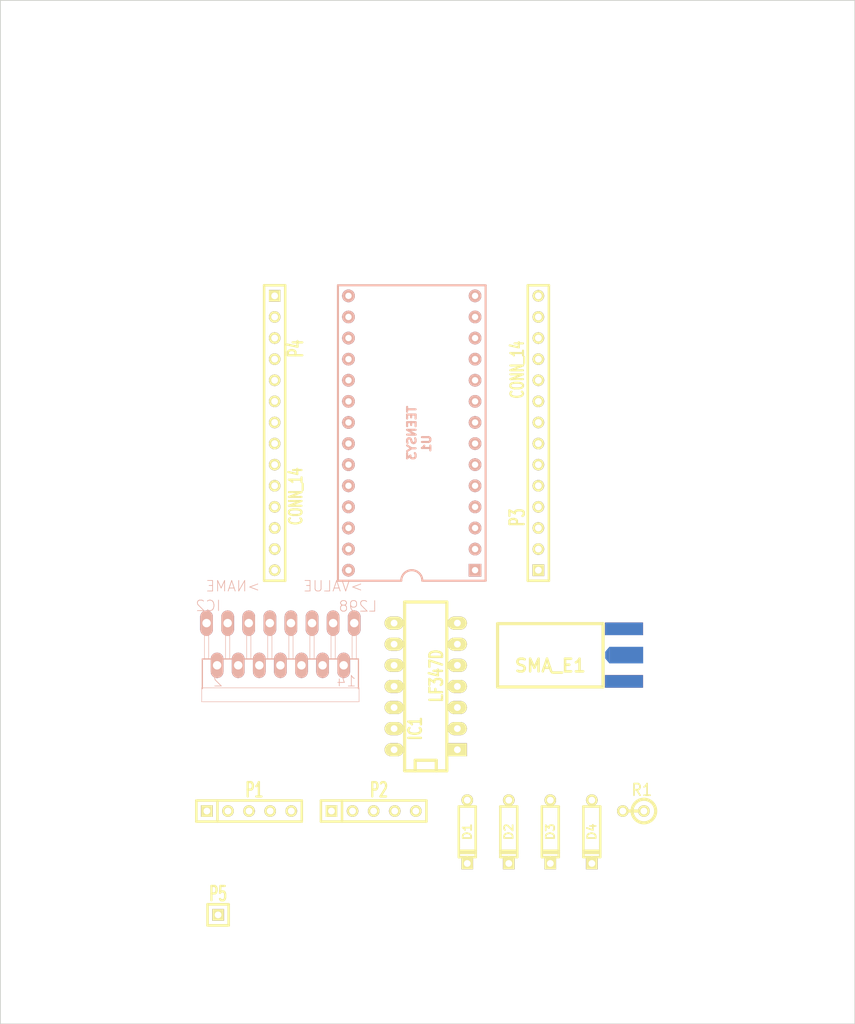
<source format=kicad_pcb>
(kicad_pcb (version 3) (host pcbnew "(2013-may-18)-stable")

  (general
    (links 65)
    (no_connects 65)
    (area 161.239999 74.879999 264.210001 198.170001)
    (thickness 1.6)
    (drawings 4)
    (tracks 0)
    (zones 0)
    (modules 14)
    (nets 37)
  )

  (page A3)
  (layers
    (15 F.Cu signal)
    (0 B.Cu signal)
    (16 B.Adhes user)
    (17 F.Adhes user)
    (18 B.Paste user)
    (19 F.Paste user)
    (20 B.SilkS user)
    (21 F.SilkS user)
    (22 B.Mask user)
    (23 F.Mask user)
    (24 Dwgs.User user)
    (25 Cmts.User user)
    (26 Eco1.User user)
    (27 Eco2.User user)
    (28 Edge.Cuts user)
  )

  (setup
    (last_trace_width 0.254)
    (trace_clearance 0.254)
    (zone_clearance 0.508)
    (zone_45_only no)
    (trace_min 0.254)
    (segment_width 0.2)
    (edge_width 0.1)
    (via_size 0.889)
    (via_drill 0.635)
    (via_min_size 0.889)
    (via_min_drill 0.508)
    (uvia_size 0.508)
    (uvia_drill 0.127)
    (uvias_allowed no)
    (uvia_min_size 0.508)
    (uvia_min_drill 0.127)
    (pcb_text_width 0.3)
    (pcb_text_size 1.5 1.5)
    (mod_edge_width 0.15)
    (mod_text_size 1 1)
    (mod_text_width 0.15)
    (pad_size 1.5 1.5)
    (pad_drill 0.6)
    (pad_to_mask_clearance 0)
    (aux_axis_origin 0 0)
    (visible_elements FFFFFFBF)
    (pcbplotparams
      (layerselection 3178497)
      (usegerberextensions true)
      (excludeedgelayer true)
      (linewidth 0.150000)
      (plotframeref false)
      (viasonmask false)
      (mode 1)
      (useauxorigin false)
      (hpglpennumber 1)
      (hpglpenspeed 20)
      (hpglpendiameter 15)
      (hpglpenoverlay 2)
      (psnegative false)
      (psa4output false)
      (plotreference true)
      (plotvalue true)
      (plotothertext true)
      (plotinvisibletext false)
      (padsonsilk false)
      (subtractmaskfromsilk false)
      (outputformat 1)
      (mirror false)
      (drillshape 1)
      (scaleselection 1)
      (outputdirectory ""))
  )

  (net 0 "")
  (net 1 /O1)
  (net 2 /O2)
  (net 3 /OM)
  (net 4 /Thermister)
  (net 5 N-000001)
  (net 6 N-0000010)
  (net 7 N-0000011)
  (net 8 N-0000012)
  (net 9 N-0000013)
  (net 10 N-0000014)
  (net 11 N-0000015)
  (net 12 N-0000016)
  (net 13 N-000002)
  (net 14 N-0000020)
  (net 15 N-0000021)
  (net 16 N-0000022)
  (net 17 N-0000023)
  (net 18 N-0000024)
  (net 19 N-0000025)
  (net 20 N-0000026)
  (net 21 N-0000027)
  (net 22 N-0000028)
  (net 23 N-000003)
  (net 24 N-000004)
  (net 25 N-0000040)
  (net 26 N-0000042)
  (net 27 N-0000043)
  (net 28 N-0000044)
  (net 29 N-000005)
  (net 30 N-0000056)
  (net 31 N-0000058)
  (net 32 N-000006)
  (net 33 N-0000066)
  (net 34 N-000007)
  (net 35 N-000008)
  (net 36 N-000009)

  (net_class Default "This is the default net class."
    (clearance 0.254)
    (trace_width 0.254)
    (via_dia 0.889)
    (via_drill 0.635)
    (uvia_dia 0.508)
    (uvia_drill 0.127)
    (add_net "")
    (add_net /O1)
    (add_net /O2)
    (add_net /OM)
    (add_net /Thermister)
    (add_net N-000001)
    (add_net N-0000010)
    (add_net N-0000011)
    (add_net N-0000012)
    (add_net N-0000013)
    (add_net N-0000014)
    (add_net N-0000015)
    (add_net N-0000016)
    (add_net N-000002)
    (add_net N-0000020)
    (add_net N-0000021)
    (add_net N-0000022)
    (add_net N-0000023)
    (add_net N-0000024)
    (add_net N-0000025)
    (add_net N-0000026)
    (add_net N-0000027)
    (add_net N-0000028)
    (add_net N-000003)
    (add_net N-000004)
    (add_net N-0000040)
    (add_net N-0000042)
    (add_net N-0000043)
    (add_net N-0000044)
    (add_net N-000005)
    (add_net N-0000056)
    (add_net N-0000058)
    (add_net N-000006)
    (add_net N-0000066)
    (add_net N-000007)
    (add_net N-000008)
    (add_net N-000009)
  )

  (module Teensy-3   locked (layer B.Cu) (tedit 5338A594) (tstamp 5338E778)
    (at 204.47 129.54)
    (descr "Teensy 3.0")
    (path /5338AC10)
    (fp_text reference U1 (at 8.128 -1.27 270) (layer B.SilkS)
      (effects (font (size 1.016 1.016) (thickness 0.254)) (justify mirror))
    )
    (fp_text value TEENSY3 (at 6.35 -2.54 270) (layer B.SilkS)
      (effects (font (size 1.016 1.016) (thickness 0.254)) (justify mirror))
    )
    (fp_line (start 15.24 15.24) (end 15.24 -20.32) (layer B.SilkS) (width 0.254))
    (fp_line (start 15.24 -20.32) (end -2.54 -20.32) (layer B.SilkS) (width 0.254))
    (fp_line (start -2.54 -20.32) (end -2.54 15.24) (layer B.SilkS) (width 0.254))
    (fp_line (start 15.24 15.24) (end 7.62 15.24) (layer B.SilkS) (width 0.254))
    (fp_line (start 5.08 15.24) (end -2.54 15.24) (layer B.SilkS) (width 0.254))
    (fp_arc (start 6.35 15.24) (end 7.62 15.24) (angle -180) (layer B.SilkS) (width 0.254))
    (pad 1 thru_hole rect (at 13.97 13.97 180) (size 1.524 1.524) (drill 0.762)
      (layers *.Cu *.Mask B.SilkS)
      (net 31 N-0000058)
    )
    (pad 2 thru_hole circle (at 13.97 11.43 180) (size 1.524 1.524) (drill 0.762)
      (layers *.Cu *.Mask B.SilkS)
      (net 18 N-0000024)
    )
    (pad 3 thru_hole circle (at 13.97 8.89 180) (size 1.524 1.524) (drill 0.762)
      (layers *.Cu *.Mask B.SilkS)
      (net 17 N-0000023)
    )
    (pad 4 thru_hole circle (at 13.97 6.35 180) (size 1.524 1.524) (drill 0.762)
      (layers *.Cu *.Mask B.SilkS)
      (net 16 N-0000022)
    )
    (pad 5 thru_hole circle (at 13.97 3.81 180) (size 1.524 1.524) (drill 0.762)
      (layers *.Cu *.Mask B.SilkS)
      (net 15 N-0000021)
    )
    (pad 6 thru_hole circle (at 13.97 1.27 180) (size 1.524 1.524) (drill 0.762)
      (layers *.Cu *.Mask B.SilkS)
      (net 10 N-0000014)
    )
    (pad 7 thru_hole circle (at 13.97 -1.27 180) (size 1.524 1.524) (drill 0.762)
      (layers *.Cu *.Mask B.SilkS)
      (net 6 N-0000010)
    )
    (pad 8 thru_hole circle (at 13.97 -3.81 180) (size 1.524 1.524) (drill 0.762)
      (layers *.Cu *.Mask B.SilkS)
      (net 36 N-000009)
    )
    (pad 9 thru_hole circle (at 13.97 -6.35 180) (size 1.524 1.524) (drill 0.762)
      (layers *.Cu *.Mask B.SilkS)
      (net 35 N-000008)
    )
    (pad 10 thru_hole circle (at 13.97 -8.89 180) (size 1.524 1.524) (drill 0.762)
      (layers *.Cu *.Mask B.SilkS)
      (net 34 N-000007)
    )
    (pad 11 thru_hole circle (at 13.97 -11.43 180) (size 1.524 1.524) (drill 0.762)
      (layers *.Cu *.Mask B.SilkS)
      (net 32 N-000006)
    )
    (pad 12 thru_hole circle (at 13.97 -13.97 180) (size 1.524 1.524) (drill 0.762)
      (layers *.Cu *.Mask B.SilkS)
      (net 28 N-0000044)
    )
    (pad 13 thru_hole circle (at 13.97 -16.51 180) (size 1.524 1.524) (drill 0.762)
      (layers *.Cu *.Mask B.SilkS)
      (net 27 N-0000043)
    )
    (pad 14 thru_hole circle (at 13.97 -19.05 180) (size 1.524 1.524) (drill 0.762)
      (layers *.Cu *.Mask B.SilkS)
      (net 26 N-0000042)
    )
    (pad 20 thru_hole circle (at -1.27 -19.05 180) (size 1.524 1.524) (drill 0.762)
      (layers *.Cu *.Mask B.SilkS)
      (net 5 N-000001)
    )
    (pad 21 thru_hole circle (at -1.27 -16.51 180) (size 1.524 1.524) (drill 0.762)
      (layers *.Cu *.Mask B.SilkS)
      (net 25 N-0000040)
    )
    (pad 22 thru_hole circle (at -1.27 -13.97 180) (size 1.524 1.524) (drill 0.762)
      (layers *.Cu *.Mask B.SilkS)
      (net 29 N-000005)
    )
    (pad 23 thru_hole circle (at -1.27 -11.43 180) (size 1.524 1.524) (drill 0.762)
      (layers *.Cu *.Mask B.SilkS)
      (net 22 N-0000028)
    )
    (pad 24 thru_hole circle (at -1.27 -8.89 180) (size 1.524 1.524) (drill 0.762)
      (layers *.Cu *.Mask B.SilkS)
      (net 4 /Thermister)
    )
    (pad 25 thru_hole circle (at -1.27 -6.35 180) (size 1.524 1.524) (drill 0.762)
      (layers *.Cu *.Mask B.SilkS)
      (net 24 N-000004)
    )
    (pad 26 thru_hole circle (at -1.27 -3.81 180) (size 1.524 1.524) (drill 0.762)
      (layers *.Cu *.Mask B.SilkS)
      (net 23 N-000003)
    )
    (pad 27 thru_hole circle (at -1.27 -1.27 180) (size 1.524 1.524) (drill 0.762)
      (layers *.Cu *.Mask B.SilkS)
      (net 13 N-000002)
    )
    (pad 28 thru_hole circle (at -1.27 1.27 180) (size 1.524 1.524) (drill 0.762)
      (layers *.Cu *.Mask B.SilkS)
      (net 12 N-0000016)
    )
    (pad 29 thru_hole circle (at -1.27 3.81 180) (size 1.524 1.524) (drill 0.762)
      (layers *.Cu *.Mask B.SilkS)
      (net 11 N-0000015)
    )
    (pad 30 thru_hole circle (at -1.27 6.35 180) (size 1.524 1.524) (drill 0.762)
      (layers *.Cu *.Mask B.SilkS)
      (net 7 N-0000011)
    )
    (pad 31 thru_hole circle (at -1.27 8.89 180) (size 1.524 1.524) (drill 0.762)
      (layers *.Cu *.Mask B.SilkS)
      (net 9 N-0000013)
    )
    (pad 32 thru_hole circle (at -1.27 11.43 180) (size 1.524 1.524) (drill 0.762)
      (layers *.Cu *.Mask B.SilkS)
      (net 8 N-0000012)
    )
    (pad 33 thru_hole circle (at -1.27 13.97 180) (size 1.524 1.524) (drill 0.762)
      (layers *.Cu *.Mask B.SilkS)
      (net 30 N-0000056)
    )
  )

  (module SMA_EDGE (layer F.Cu) (tedit 4E84D3BE) (tstamp 5338EAE4)
    (at 227.5 155 180)
    (path /5338B42B)
    (fp_text reference SMA_E1 (at 0 0 180) (layer F.SilkS)
      (effects (font (size 1.524 1.524) (thickness 0.3048)))
    )
    (fp_text value SMA_EDGE (at 0 2.54 180) (layer F.SilkS) hide
      (effects (font (size 1.524 1.524) (thickness 0.3048)))
    )
    (fp_line (start -6.35 -2.5654) (end -6.35 5.0546) (layer F.SilkS) (width 0.381))
    (fp_line (start -6.35 5.0546) (end 6.35 5.0546) (layer F.SilkS) (width 0.381))
    (fp_line (start 6.35 5.0546) (end 6.35 -2.5654) (layer F.SilkS) (width 0.381))
    (fp_line (start 6.35 -2.5654) (end -6.35 -2.5654) (layer F.SilkS) (width 0.381))
    (pad 0 connect rect (at -8.8773 -1.89484 180) (size 4.572 1.524)
      (layers *.Cu F.Mask)
      (net 31 N-0000058)
    )
    (pad 1 connect trapezoid (at -6.858 1.27 180) (size 0.50038 1.39954) (rect_delta 0.59944 0 )
      (layers B.Cu F.Mask)
      (net 25 N-0000040)
    )
    (pad 2 connect rect (at -8.8773 4.42976 180) (size 4.572 1.524)
      (layers *.Cu F.Mask)
      (net 31 N-0000058)
    )
    (pad 1 connect rect (at -9.144 1.27 180) (size 4.07162 1.99898)
      (layers B.Cu F.Mask)
      (net 25 N-0000040)
    )
    (model SMA_EDGE.wrl
      (at (xyz -0.205 -0.05 -0.12))
      (scale (xyz 1.3 1.3 1.3))
      (rotate (xyz 270 0 180))
    )
  )

  (module SIL-5 (layer F.Cu) (tedit 200000) (tstamp 5338EAD7)
    (at 192.5 172.5)
    (descr "Connecteur 5 pins")
    (tags "CONN DEV")
    (path /5338BC5F)
    (fp_text reference P1 (at -0.635 -2.54) (layer F.SilkS)
      (effects (font (size 1.72974 1.08712) (thickness 0.3048)))
    )
    (fp_text value CONN_5 (at 0 -2.54) (layer F.SilkS) hide
      (effects (font (size 1.524 1.016) (thickness 0.3048)))
    )
    (fp_line (start -7.62 1.27) (end -7.62 -1.27) (layer F.SilkS) (width 0.3048))
    (fp_line (start -7.62 -1.27) (end 5.08 -1.27) (layer F.SilkS) (width 0.3048))
    (fp_line (start 5.08 -1.27) (end 5.08 1.27) (layer F.SilkS) (width 0.3048))
    (fp_line (start 5.08 1.27) (end -7.62 1.27) (layer F.SilkS) (width 0.3048))
    (fp_line (start -5.08 1.27) (end -5.08 -1.27) (layer F.SilkS) (width 0.3048))
    (pad 1 thru_hole rect (at -6.35 0) (size 1.397 1.397) (drill 0.8128)
      (layers *.Cu *.Mask F.SilkS)
      (net 3 /OM)
    )
    (pad 2 thru_hole circle (at -3.81 0) (size 1.397 1.397) (drill 0.8128)
      (layers *.Cu *.Mask F.SilkS)
      (net 2 /O2)
    )
    (pad 3 thru_hole circle (at -1.27 0) (size 1.397 1.397) (drill 0.8128)
      (layers *.Cu *.Mask F.SilkS)
      (net 4 /Thermister)
    )
    (pad 4 thru_hole circle (at 1.27 0) (size 1.397 1.397) (drill 0.8128)
      (layers *.Cu *.Mask F.SilkS)
      (net 30 N-0000056)
    )
    (pad 5 thru_hole circle (at 3.81 0) (size 1.397 1.397) (drill 0.8128)
      (layers *.Cu *.Mask F.SilkS)
      (net 31 N-0000058)
    )
  )

  (module SIL-5 (layer F.Cu) (tedit 200000) (tstamp 5338EAC8)
    (at 207.5 172.5)
    (descr "Connecteur 5 pins")
    (tags "CONN DEV")
    (path /5338C083)
    (fp_text reference P2 (at -0.635 -2.54) (layer F.SilkS)
      (effects (font (size 1.72974 1.08712) (thickness 0.3048)))
    )
    (fp_text value CONN_5 (at 0 -2.54) (layer F.SilkS) hide
      (effects (font (size 1.524 1.016) (thickness 0.3048)))
    )
    (fp_line (start -7.62 1.27) (end -7.62 -1.27) (layer F.SilkS) (width 0.3048))
    (fp_line (start -7.62 -1.27) (end 5.08 -1.27) (layer F.SilkS) (width 0.3048))
    (fp_line (start 5.08 -1.27) (end 5.08 1.27) (layer F.SilkS) (width 0.3048))
    (fp_line (start 5.08 1.27) (end -7.62 1.27) (layer F.SilkS) (width 0.3048))
    (fp_line (start -5.08 1.27) (end -5.08 -1.27) (layer F.SilkS) (width 0.3048))
    (pad 1 thru_hole rect (at -6.35 0) (size 1.397 1.397) (drill 0.8128)
      (layers *.Cu *.Mask F.SilkS)
      (net 30 N-0000056)
    )
    (pad 2 thru_hole circle (at -3.81 0) (size 1.397 1.397) (drill 0.8128)
      (layers *.Cu *.Mask F.SilkS)
      (net 31 N-0000058)
    )
    (pad 3 thru_hole circle (at -1.27 0) (size 1.397 1.397) (drill 0.8128)
      (layers *.Cu *.Mask F.SilkS)
      (net 1 /O1)
    )
    (pad 4 thru_hole circle (at 1.27 0) (size 1.397 1.397) (drill 0.8128)
      (layers *.Cu *.Mask F.SilkS)
      (net 3 /OM)
    )
    (pad 5 thru_hole circle (at 3.81 0) (size 1.397 1.397) (drill 0.8128)
      (layers *.Cu *.Mask F.SilkS)
      (net 21 N-0000027)
    )
  )

  (module SIL-14   locked (layer F.Cu) (tedit 200000) (tstamp 5338E726)
    (at 226.06 127 90)
    (descr "Connecteur 14 pins")
    (tags "CONN DEV")
    (path /5338AC1F)
    (fp_text reference P3 (at -10.16 -2.54 90) (layer F.SilkS)
      (effects (font (size 1.72974 1.08712) (thickness 0.3048)))
    )
    (fp_text value CONN_14 (at 7.62 -2.54 90) (layer F.SilkS)
      (effects (font (size 1.524 1.016) (thickness 0.3048)))
    )
    (fp_line (start -17.78 -1.27) (end 17.78 -1.27) (layer F.SilkS) (width 0.3048))
    (fp_line (start 17.78 -1.27) (end 17.78 1.27) (layer F.SilkS) (width 0.3048))
    (fp_line (start 17.78 1.27) (end -17.78 1.27) (layer F.SilkS) (width 0.3048))
    (fp_line (start -17.78 1.27) (end -17.78 -1.27) (layer F.SilkS) (width 0.3048))
    (pad 1 thru_hole rect (at -16.51 0 90) (size 1.397 1.397) (drill 0.8128)
      (layers *.Cu *.Mask F.SilkS)
      (net 31 N-0000058)
    )
    (pad 2 thru_hole circle (at -13.97 0 90) (size 1.397 1.397) (drill 0.8128)
      (layers *.Cu *.Mask F.SilkS)
      (net 18 N-0000024)
    )
    (pad 3 thru_hole circle (at -11.43 0 90) (size 1.397 1.397) (drill 0.8128)
      (layers *.Cu *.Mask F.SilkS)
      (net 17 N-0000023)
    )
    (pad 4 thru_hole circle (at -8.89 0 90) (size 1.397 1.397) (drill 0.8128)
      (layers *.Cu *.Mask F.SilkS)
      (net 16 N-0000022)
    )
    (pad 5 thru_hole circle (at -6.35 0 90) (size 1.397 1.397) (drill 0.8128)
      (layers *.Cu *.Mask F.SilkS)
      (net 15 N-0000021)
    )
    (pad 6 thru_hole circle (at -3.81 0 90) (size 1.397 1.397) (drill 0.8128)
      (layers *.Cu *.Mask F.SilkS)
      (net 10 N-0000014)
    )
    (pad 7 thru_hole circle (at -1.27 0 90) (size 1.397 1.397) (drill 0.8128)
      (layers *.Cu *.Mask F.SilkS)
      (net 6 N-0000010)
    )
    (pad 8 thru_hole circle (at 1.27 0 90) (size 1.397 1.397) (drill 0.8128)
      (layers *.Cu *.Mask F.SilkS)
      (net 36 N-000009)
    )
    (pad 9 thru_hole circle (at 3.81 0 90) (size 1.397 1.397) (drill 0.8128)
      (layers *.Cu *.Mask F.SilkS)
      (net 35 N-000008)
    )
    (pad 10 thru_hole circle (at 6.35 0 90) (size 1.397 1.397) (drill 0.8128)
      (layers *.Cu *.Mask F.SilkS)
      (net 34 N-000007)
    )
    (pad 11 thru_hole circle (at 8.89 0 90) (size 1.397 1.397) (drill 0.8128)
      (layers *.Cu *.Mask F.SilkS)
      (net 32 N-000006)
    )
    (pad 12 thru_hole circle (at 11.43 0 90) (size 1.397 1.397) (drill 0.8128)
      (layers *.Cu *.Mask F.SilkS)
      (net 28 N-0000044)
    )
    (pad 13 thru_hole circle (at 13.97 0 90) (size 1.397 1.397) (drill 0.8128)
      (layers *.Cu *.Mask F.SilkS)
      (net 27 N-0000043)
    )
    (pad 14 thru_hole circle (at 16.51 0 90) (size 1.397 1.397) (drill 0.8128)
      (layers *.Cu *.Mask F.SilkS)
      (net 26 N-0000042)
    )
  )

  (module SIL-14   locked (layer F.Cu) (tedit 200000) (tstamp 5338E70F)
    (at 194.31 127 270)
    (descr "Connecteur 14 pins")
    (tags "CONN DEV")
    (path /5338AC2C)
    (fp_text reference P4 (at -10.16 -2.54 270) (layer F.SilkS)
      (effects (font (size 1.72974 1.08712) (thickness 0.3048)))
    )
    (fp_text value CONN_14 (at 7.62 -2.54 270) (layer F.SilkS)
      (effects (font (size 1.524 1.016) (thickness 0.3048)))
    )
    (fp_line (start -17.78 -1.27) (end 17.78 -1.27) (layer F.SilkS) (width 0.3048))
    (fp_line (start 17.78 -1.27) (end 17.78 1.27) (layer F.SilkS) (width 0.3048))
    (fp_line (start 17.78 1.27) (end -17.78 1.27) (layer F.SilkS) (width 0.3048))
    (fp_line (start -17.78 1.27) (end -17.78 -1.27) (layer F.SilkS) (width 0.3048))
    (pad 1 thru_hole rect (at -16.51 0 270) (size 1.397 1.397) (drill 0.8128)
      (layers *.Cu *.Mask F.SilkS)
      (net 5 N-000001)
    )
    (pad 2 thru_hole circle (at -13.97 0 270) (size 1.397 1.397) (drill 0.8128)
      (layers *.Cu *.Mask F.SilkS)
      (net 25 N-0000040)
    )
    (pad 3 thru_hole circle (at -11.43 0 270) (size 1.397 1.397) (drill 0.8128)
      (layers *.Cu *.Mask F.SilkS)
      (net 29 N-000005)
    )
    (pad 4 thru_hole circle (at -8.89 0 270) (size 1.397 1.397) (drill 0.8128)
      (layers *.Cu *.Mask F.SilkS)
      (net 22 N-0000028)
    )
    (pad 5 thru_hole circle (at -6.35 0 270) (size 1.397 1.397) (drill 0.8128)
      (layers *.Cu *.Mask F.SilkS)
      (net 4 /Thermister)
    )
    (pad 6 thru_hole circle (at -3.81 0 270) (size 1.397 1.397) (drill 0.8128)
      (layers *.Cu *.Mask F.SilkS)
      (net 24 N-000004)
    )
    (pad 7 thru_hole circle (at -1.27 0 270) (size 1.397 1.397) (drill 0.8128)
      (layers *.Cu *.Mask F.SilkS)
      (net 23 N-000003)
    )
    (pad 8 thru_hole circle (at 1.27 0 270) (size 1.397 1.397) (drill 0.8128)
      (layers *.Cu *.Mask F.SilkS)
      (net 13 N-000002)
    )
    (pad 9 thru_hole circle (at 3.81 0 270) (size 1.397 1.397) (drill 0.8128)
      (layers *.Cu *.Mask F.SilkS)
      (net 12 N-0000016)
    )
    (pad 10 thru_hole circle (at 6.35 0 270) (size 1.397 1.397) (drill 0.8128)
      (layers *.Cu *.Mask F.SilkS)
      (net 11 N-0000015)
    )
    (pad 11 thru_hole circle (at 8.89 0 270) (size 1.397 1.397) (drill 0.8128)
      (layers *.Cu *.Mask F.SilkS)
      (net 7 N-0000011)
    )
    (pad 12 thru_hole circle (at 11.43 0 270) (size 1.397 1.397) (drill 0.8128)
      (layers *.Cu *.Mask F.SilkS)
      (net 9 N-0000013)
    )
    (pad 13 thru_hole circle (at 13.97 0 270) (size 1.397 1.397) (drill 0.8128)
      (layers *.Cu *.Mask F.SilkS)
      (net 8 N-0000012)
    )
    (pad 14 thru_hole circle (at 16.51 0 270) (size 1.397 1.397) (drill 0.8128)
      (layers *.Cu *.Mask F.SilkS)
      (net 30 N-0000056)
    )
  )

  (module SIL-1 (layer F.Cu) (tedit 4C5EAF64) (tstamp 5338EAB9)
    (at 187.5 185)
    (descr "Connecteurs 1 pin")
    (tags "CONN DEV")
    (path /5338B571)
    (fp_text reference P5 (at 0 -2.54) (layer F.SilkS)
      (effects (font (size 1.72974 1.08712) (thickness 0.27178)))
    )
    (fp_text value CONN_1 (at 0 -2.54) (layer F.SilkS) hide
      (effects (font (size 1.524 1.016) (thickness 0.254)))
    )
    (fp_line (start -1.27 1.27) (end 1.27 1.27) (layer F.SilkS) (width 0.3175))
    (fp_line (start -1.27 -1.27) (end 1.27 -1.27) (layer F.SilkS) (width 0.3175))
    (fp_line (start -1.27 1.27) (end -1.27 -1.27) (layer F.SilkS) (width 0.3048))
    (fp_line (start 1.27 -1.27) (end 1.27 1.27) (layer F.SilkS) (width 0.3048))
    (pad 1 thru_hole rect (at 0 0) (size 1.397 1.397) (drill 0.8128)
      (layers *.Cu *.Mask F.SilkS)
      (net 20 N-0000026)
    )
  )

  (module R1 (layer F.Cu) (tedit 200000) (tstamp 5338EAAF)
    (at 237.5 172.5 180)
    (descr "Resistance verticale")
    (tags R)
    (path /5338B204)
    (autoplace_cost90 10)
    (autoplace_cost180 10)
    (fp_text reference R1 (at -1.016 2.54 180) (layer F.SilkS)
      (effects (font (size 1.397 1.27) (thickness 0.2032)))
    )
    (fp_text value R (at -1.143 2.54 180) (layer F.SilkS) hide
      (effects (font (size 1.397 1.27) (thickness 0.2032)))
    )
    (fp_line (start -1.27 0) (end 1.27 0) (layer F.SilkS) (width 0.381))
    (fp_circle (center -1.27 0) (end -0.635 1.27) (layer F.SilkS) (width 0.381))
    (pad 1 thru_hole circle (at -1.27 0 180) (size 1.397 1.397) (drill 0.8128)
      (layers *.Cu *.Mask F.SilkS)
      (net 31 N-0000058)
    )
    (pad 2 thru_hole circle (at 1.27 0 180) (size 1.397 1.397) (drill 0.8128)
      (layers *.Cu *.Mask F.SilkS)
      (net 4 /Thermister)
    )
    (model discret/verti_resistor.wrl
      (at (xyz 0 0 0))
      (scale (xyz 1 1 1))
      (rotate (xyz 0 0 0))
    )
  )

  (module MULTIWATT-15 (layer B.Cu) (tedit 200000) (tstamp 5338EAA6)
    (at 195 157.5)
    (descr "MULTIWATT 15 LEAD")
    (tags "MULTIWATT 15 LEAD")
    (path /5338ACA5)
    (attr virtual)
    (fp_text reference IC2 (at -8.69188 -9.7028) (layer B.SilkS)
      (effects (font (size 1.27 1.27) (thickness 0.0889)) (justify mirror))
    )
    (fp_text value L298 (at 9.32688 -9.64184) (layer B.SilkS)
      (effects (font (size 1.27 1.27) (thickness 0.0889)) (justify mirror))
    )
    (fp_line (start -9.144 -6.096) (end -8.636 -6.096) (layer B.SilkS) (width 0.06604))
    (fp_line (start -8.636 -6.096) (end -8.636 -3.302) (layer B.SilkS) (width 0.06604))
    (fp_line (start -9.144 -3.302) (end -8.636 -3.302) (layer B.SilkS) (width 0.06604))
    (fp_line (start -9.144 -6.096) (end -9.144 -3.302) (layer B.SilkS) (width 0.06604))
    (fp_line (start -6.604 -6.096) (end -6.096 -6.096) (layer B.SilkS) (width 0.06604))
    (fp_line (start -6.096 -6.096) (end -6.096 -3.302) (layer B.SilkS) (width 0.06604))
    (fp_line (start -6.604 -3.302) (end -6.096 -3.302) (layer B.SilkS) (width 0.06604))
    (fp_line (start -6.604 -6.096) (end -6.604 -3.302) (layer B.SilkS) (width 0.06604))
    (fp_line (start -4.064 -6.096) (end -3.556 -6.096) (layer B.SilkS) (width 0.06604))
    (fp_line (start -3.556 -6.096) (end -3.556 -3.302) (layer B.SilkS) (width 0.06604))
    (fp_line (start -4.064 -3.302) (end -3.556 -3.302) (layer B.SilkS) (width 0.06604))
    (fp_line (start -4.064 -6.096) (end -4.064 -3.302) (layer B.SilkS) (width 0.06604))
    (fp_line (start -1.524 -6.096) (end -1.016 -6.096) (layer B.SilkS) (width 0.06604))
    (fp_line (start -1.016 -6.096) (end -1.016 -3.302) (layer B.SilkS) (width 0.06604))
    (fp_line (start -1.524 -3.302) (end -1.016 -3.302) (layer B.SilkS) (width 0.06604))
    (fp_line (start -1.524 -6.096) (end -1.524 -3.302) (layer B.SilkS) (width 0.06604))
    (fp_line (start 1.016 -6.096) (end 1.524 -6.096) (layer B.SilkS) (width 0.06604))
    (fp_line (start 1.524 -6.096) (end 1.524 -3.302) (layer B.SilkS) (width 0.06604))
    (fp_line (start 1.016 -3.302) (end 1.524 -3.302) (layer B.SilkS) (width 0.06604))
    (fp_line (start 1.016 -6.096) (end 1.016 -3.302) (layer B.SilkS) (width 0.06604))
    (fp_line (start 3.556 -6.096) (end 4.064 -6.096) (layer B.SilkS) (width 0.06604))
    (fp_line (start 4.064 -6.096) (end 4.064 -3.302) (layer B.SilkS) (width 0.06604))
    (fp_line (start 3.556 -3.302) (end 4.064 -3.302) (layer B.SilkS) (width 0.06604))
    (fp_line (start 3.556 -6.096) (end 3.556 -3.302) (layer B.SilkS) (width 0.06604))
    (fp_line (start 6.096 -6.096) (end 6.604 -6.096) (layer B.SilkS) (width 0.06604))
    (fp_line (start 6.604 -6.096) (end 6.604 -3.302) (layer B.SilkS) (width 0.06604))
    (fp_line (start 6.096 -3.302) (end 6.604 -3.302) (layer B.SilkS) (width 0.06604))
    (fp_line (start 6.096 -6.096) (end 6.096 -3.302) (layer B.SilkS) (width 0.06604))
    (fp_line (start 8.636 -6.096) (end 9.144 -6.096) (layer B.SilkS) (width 0.06604))
    (fp_line (start 9.144 -6.096) (end 9.144 -3.302) (layer B.SilkS) (width 0.06604))
    (fp_line (start 8.636 -3.302) (end 9.144 -3.302) (layer B.SilkS) (width 0.06604))
    (fp_line (start 8.636 -6.096) (end 8.636 -3.302) (layer B.SilkS) (width 0.06604))
    (fp_line (start -9.4742 0.17272) (end 9.4742 0.17272) (layer B.SilkS) (width 0.06604))
    (fp_line (start 9.4742 0.17272) (end 9.4742 1.84912) (layer B.SilkS) (width 0.06604))
    (fp_line (start -9.4742 1.84912) (end 9.4742 1.84912) (layer B.SilkS) (width 0.06604))
    (fp_line (start -9.4742 0.17272) (end -9.4742 1.84912) (layer B.SilkS) (width 0.06604))
    (fp_line (start -9.398 -3.302) (end -9.144 -3.302) (layer B.SilkS) (width 0.1524))
    (fp_line (start -9.144 -3.302) (end 9.144 -3.302) (layer B.SilkS) (width 0.1524))
    (fp_line (start 9.144 -3.302) (end 9.398 -3.302) (layer B.SilkS) (width 0.1524))
    (fp_line (start -9.398 0.254) (end -9.398 -3.302) (layer B.SilkS) (width 0.1524))
    (fp_line (start 9.398 0.254) (end 9.398 -3.302) (layer B.SilkS) (width 0.1524))
    (fp_text user 2 (at -7.54126 -0.635) (layer B.SilkS)
      (effects (font (size 1.27 1.27) (thickness 0.0889)) (justify mirror))
    )
    (fp_text user 14 (at 7.9375 -0.635) (layer B.SilkS)
      (effects (font (size 1.27 1.27) (thickness 0.0889)) (justify mirror))
    )
    (fp_text user >NAME (at -5.715 -12.065) (layer B.SilkS)
      (effects (font (size 1.27 1.27) (thickness 0.0889)) (justify mirror))
    )
    (fp_text user >VALUE (at 6.35 -12.065) (layer B.SilkS)
      (effects (font (size 1.27 1.27) (thickness 0.0889)) (justify mirror))
    )
    (pad 1 thru_hole oval (at -8.89 -7.62) (size 1.524 3.048) (drill 1.016)
      (layers *.Cu B.Paste B.SilkS B.Mask)
    )
    (pad 2 thru_hole oval (at -7.62 -2.54) (size 1.524 3.048) (drill 1.016)
      (layers *.Cu B.Paste B.SilkS B.Mask)
      (net 1 /O1)
    )
    (pad 3 thru_hole oval (at -6.35 -7.62) (size 1.524 3.048) (drill 1.016)
      (layers *.Cu B.Paste B.SilkS B.Mask)
      (net 2 /O2)
    )
    (pad 4 thru_hole oval (at -5.08 -2.54) (size 1.524 3.048) (drill 1.016)
      (layers *.Cu B.Paste B.SilkS B.Mask)
      (net 20 N-0000026)
    )
    (pad 5 thru_hole oval (at -3.81 -7.62) (size 1.524 3.048) (drill 1.016)
      (layers *.Cu B.Paste B.SilkS B.Mask)
      (net 33 N-0000066)
    )
    (pad 6 thru_hole oval (at -2.54 -2.54) (size 1.524 3.048) (drill 1.016)
      (layers *.Cu B.Paste B.SilkS B.Mask)
      (net 19 N-0000025)
    )
    (pad 7 thru_hole oval (at -1.27 -7.62) (size 1.524 3.048) (drill 1.016)
      (layers *.Cu B.Paste B.SilkS B.Mask)
      (net 14 N-0000020)
    )
    (pad 8 thru_hole oval (at 0 -2.54) (size 1.524 3.048) (drill 1.016)
      (layers *.Cu B.Paste B.SilkS B.Mask)
      (net 31 N-0000058)
    )
    (pad 9 thru_hole oval (at 1.27 -7.62) (size 1.524 3.048) (drill 1.016)
      (layers *.Cu B.Paste B.SilkS B.Mask)
      (net 30 N-0000056)
    )
    (pad 10 thru_hole oval (at 2.54 -2.54) (size 1.524 3.048) (drill 1.016)
      (layers *.Cu B.Paste B.SilkS B.Mask)
    )
    (pad 11 thru_hole oval (at 3.81 -7.62) (size 1.524 3.048) (drill 1.016)
      (layers *.Cu B.Paste B.SilkS B.Mask)
    )
    (pad 12 thru_hole oval (at 5.08 -2.54) (size 1.524 3.048) (drill 1.016)
      (layers *.Cu B.Paste B.SilkS B.Mask)
    )
    (pad 13 thru_hole oval (at 6.35 -7.62) (size 1.524 3.048) (drill 1.016)
      (layers *.Cu B.Paste B.SilkS B.Mask)
    )
    (pad 14 thru_hole oval (at 7.62 -2.54) (size 1.524 3.048) (drill 1.016)
      (layers *.Cu B.Paste B.SilkS B.Mask)
    )
    (pad 15 thru_hole oval (at 8.89 -7.62) (size 1.524 3.048) (drill 1.016)
      (layers *.Cu B.Paste B.SilkS B.Mask)
    )
  )

  (module DIP-14__300_ELL (layer F.Cu) (tedit 200000) (tstamp 5338EA65)
    (at 212.5 157.5 90)
    (descr "14 pins DIL package, elliptical pads")
    (tags DIL)
    (path /5338AC37)
    (fp_text reference IC1 (at -5.08 -1.27 90) (layer F.SilkS)
      (effects (font (size 1.524 1.143) (thickness 0.3048)))
    )
    (fp_text value LF347D (at 1.27 1.27 90) (layer F.SilkS)
      (effects (font (size 1.524 1.143) (thickness 0.3048)))
    )
    (fp_line (start -10.16 -2.54) (end 10.16 -2.54) (layer F.SilkS) (width 0.381))
    (fp_line (start 10.16 2.54) (end -10.16 2.54) (layer F.SilkS) (width 0.381))
    (fp_line (start -10.16 2.54) (end -10.16 -2.54) (layer F.SilkS) (width 0.381))
    (fp_line (start -10.16 -1.27) (end -8.89 -1.27) (layer F.SilkS) (width 0.381))
    (fp_line (start -8.89 -1.27) (end -8.89 1.27) (layer F.SilkS) (width 0.381))
    (fp_line (start -8.89 1.27) (end -10.16 1.27) (layer F.SilkS) (width 0.381))
    (fp_line (start 10.16 -2.54) (end 10.16 2.54) (layer F.SilkS) (width 0.381))
    (pad 1 thru_hole rect (at -7.62 3.81 90) (size 1.5748 2.286) (drill 0.8128)
      (layers *.Cu *.Mask F.SilkS)
      (net 33 N-0000066)
    )
    (pad 2 thru_hole oval (at -5.08 3.81 90) (size 1.5748 2.286) (drill 0.8128)
      (layers *.Cu *.Mask F.SilkS)
      (net 33 N-0000066)
    )
    (pad 3 thru_hole oval (at -2.54 3.81 90) (size 1.5748 2.286) (drill 0.8128)
      (layers *.Cu *.Mask F.SilkS)
      (net 26 N-0000042)
    )
    (pad 4 thru_hole oval (at 0 3.81 90) (size 1.5748 2.286) (drill 0.8128)
      (layers *.Cu *.Mask F.SilkS)
    )
    (pad 5 thru_hole oval (at 2.54 3.81 90) (size 1.5748 2.286) (drill 0.8128)
      (layers *.Cu *.Mask F.SilkS)
      (net 27 N-0000043)
    )
    (pad 6 thru_hole oval (at 5.08 3.81 90) (size 1.5748 2.286) (drill 0.8128)
      (layers *.Cu *.Mask F.SilkS)
      (net 19 N-0000025)
    )
    (pad 7 thru_hole oval (at 7.62 3.81 90) (size 1.5748 2.286) (drill 0.8128)
      (layers *.Cu *.Mask F.SilkS)
      (net 19 N-0000025)
    )
    (pad 8 thru_hole oval (at 7.62 -3.81 90) (size 1.5748 2.286) (drill 0.8128)
      (layers *.Cu *.Mask F.SilkS)
      (net 14 N-0000020)
    )
    (pad 9 thru_hole oval (at 5.08 -3.81 90) (size 1.5748 2.286) (drill 0.8128)
      (layers *.Cu *.Mask F.SilkS)
      (net 14 N-0000020)
    )
    (pad 10 thru_hole oval (at 2.54 -3.81 90) (size 1.5748 2.286) (drill 0.8128)
      (layers *.Cu *.Mask F.SilkS)
      (net 28 N-0000044)
    )
    (pad 11 thru_hole oval (at 0 -3.81 90) (size 1.5748 2.286) (drill 0.8128)
      (layers *.Cu *.Mask F.SilkS)
    )
    (pad 12 thru_hole oval (at -2.54 -3.81 90) (size 1.5748 2.286) (drill 0.8128)
      (layers *.Cu *.Mask F.SilkS)
      (net 21 N-0000027)
    )
    (pad 13 thru_hole oval (at -5.08 -3.81 90) (size 1.5748 2.286) (drill 0.8128)
      (layers *.Cu *.Mask F.SilkS)
      (net 22 N-0000028)
    )
    (pad 14 thru_hole oval (at -7.62 -3.81 90) (size 1.5748 2.286) (drill 0.8128)
      (layers *.Cu *.Mask F.SilkS)
      (net 22 N-0000028)
    )
    (model dil/dil_14.wrl
      (at (xyz 0 0 0))
      (scale (xyz 1 1 1))
      (rotate (xyz 0 0 0))
    )
  )

  (module D3 (layer F.Cu) (tedit 200000) (tstamp 5338EA4B)
    (at 217.5 175 270)
    (descr "Diode 3 pas")
    (tags "DIODE DEV")
    (path /5338B550)
    (fp_text reference D1 (at 0 0 270) (layer F.SilkS)
      (effects (font (size 1.016 1.016) (thickness 0.2032)))
    )
    (fp_text value DIODE (at 0 0 270) (layer F.SilkS) hide
      (effects (font (size 1.016 1.016) (thickness 0.2032)))
    )
    (fp_line (start 3.81 0) (end 3.048 0) (layer F.SilkS) (width 0.3048))
    (fp_line (start 3.048 0) (end 3.048 -1.016) (layer F.SilkS) (width 0.3048))
    (fp_line (start 3.048 -1.016) (end -3.048 -1.016) (layer F.SilkS) (width 0.3048))
    (fp_line (start -3.048 -1.016) (end -3.048 0) (layer F.SilkS) (width 0.3048))
    (fp_line (start -3.048 0) (end -3.81 0) (layer F.SilkS) (width 0.3048))
    (fp_line (start -3.048 0) (end -3.048 1.016) (layer F.SilkS) (width 0.3048))
    (fp_line (start -3.048 1.016) (end 3.048 1.016) (layer F.SilkS) (width 0.3048))
    (fp_line (start 3.048 1.016) (end 3.048 0) (layer F.SilkS) (width 0.3048))
    (fp_line (start 2.54 -1.016) (end 2.54 1.016) (layer F.SilkS) (width 0.3048))
    (fp_line (start 2.286 1.016) (end 2.286 -1.016) (layer F.SilkS) (width 0.3048))
    (pad 2 thru_hole rect (at 3.81 0 270) (size 1.397 1.397) (drill 0.8128)
      (layers *.Cu *.Mask F.SilkS)
      (net 1 /O1)
    )
    (pad 1 thru_hole circle (at -3.81 0 270) (size 1.397 1.397) (drill 0.8128)
      (layers *.Cu *.Mask F.SilkS)
      (net 31 N-0000058)
    )
    (model discret/diode.wrl
      (at (xyz 0 0 0))
      (scale (xyz 0.3 0.3 0.3))
      (rotate (xyz 0 0 0))
    )
  )

  (module D3 (layer F.Cu) (tedit 200000) (tstamp 5338EA3A)
    (at 222.5 175 270)
    (descr "Diode 3 pas")
    (tags "DIODE DEV")
    (path /5338B55D)
    (fp_text reference D2 (at 0 0 270) (layer F.SilkS)
      (effects (font (size 1.016 1.016) (thickness 0.2032)))
    )
    (fp_text value DIODE (at 0 0 270) (layer F.SilkS) hide
      (effects (font (size 1.016 1.016) (thickness 0.2032)))
    )
    (fp_line (start 3.81 0) (end 3.048 0) (layer F.SilkS) (width 0.3048))
    (fp_line (start 3.048 0) (end 3.048 -1.016) (layer F.SilkS) (width 0.3048))
    (fp_line (start 3.048 -1.016) (end -3.048 -1.016) (layer F.SilkS) (width 0.3048))
    (fp_line (start -3.048 -1.016) (end -3.048 0) (layer F.SilkS) (width 0.3048))
    (fp_line (start -3.048 0) (end -3.81 0) (layer F.SilkS) (width 0.3048))
    (fp_line (start -3.048 0) (end -3.048 1.016) (layer F.SilkS) (width 0.3048))
    (fp_line (start -3.048 1.016) (end 3.048 1.016) (layer F.SilkS) (width 0.3048))
    (fp_line (start 3.048 1.016) (end 3.048 0) (layer F.SilkS) (width 0.3048))
    (fp_line (start 2.54 -1.016) (end 2.54 1.016) (layer F.SilkS) (width 0.3048))
    (fp_line (start 2.286 1.016) (end 2.286 -1.016) (layer F.SilkS) (width 0.3048))
    (pad 2 thru_hole rect (at 3.81 0 270) (size 1.397 1.397) (drill 0.8128)
      (layers *.Cu *.Mask F.SilkS)
      (net 2 /O2)
    )
    (pad 1 thru_hole circle (at -3.81 0 270) (size 1.397 1.397) (drill 0.8128)
      (layers *.Cu *.Mask F.SilkS)
      (net 31 N-0000058)
    )
    (model discret/diode.wrl
      (at (xyz 0 0 0))
      (scale (xyz 0.3 0.3 0.3))
      (rotate (xyz 0 0 0))
    )
  )

  (module D3 (layer F.Cu) (tedit 200000) (tstamp 5338EA29)
    (at 227.5 175 270)
    (descr "Diode 3 pas")
    (tags "DIODE DEV")
    (path /5338B563)
    (fp_text reference D3 (at 0 0 270) (layer F.SilkS)
      (effects (font (size 1.016 1.016) (thickness 0.2032)))
    )
    (fp_text value DIODE (at 0 0 270) (layer F.SilkS) hide
      (effects (font (size 1.016 1.016) (thickness 0.2032)))
    )
    (fp_line (start 3.81 0) (end 3.048 0) (layer F.SilkS) (width 0.3048))
    (fp_line (start 3.048 0) (end 3.048 -1.016) (layer F.SilkS) (width 0.3048))
    (fp_line (start 3.048 -1.016) (end -3.048 -1.016) (layer F.SilkS) (width 0.3048))
    (fp_line (start -3.048 -1.016) (end -3.048 0) (layer F.SilkS) (width 0.3048))
    (fp_line (start -3.048 0) (end -3.81 0) (layer F.SilkS) (width 0.3048))
    (fp_line (start -3.048 0) (end -3.048 1.016) (layer F.SilkS) (width 0.3048))
    (fp_line (start -3.048 1.016) (end 3.048 1.016) (layer F.SilkS) (width 0.3048))
    (fp_line (start 3.048 1.016) (end 3.048 0) (layer F.SilkS) (width 0.3048))
    (fp_line (start 2.54 -1.016) (end 2.54 1.016) (layer F.SilkS) (width 0.3048))
    (fp_line (start 2.286 1.016) (end 2.286 -1.016) (layer F.SilkS) (width 0.3048))
    (pad 2 thru_hole rect (at 3.81 0 270) (size 1.397 1.397) (drill 0.8128)
      (layers *.Cu *.Mask F.SilkS)
      (net 20 N-0000026)
    )
    (pad 1 thru_hole circle (at -3.81 0 270) (size 1.397 1.397) (drill 0.8128)
      (layers *.Cu *.Mask F.SilkS)
      (net 2 /O2)
    )
    (model discret/diode.wrl
      (at (xyz 0 0 0))
      (scale (xyz 0.3 0.3 0.3))
      (rotate (xyz 0 0 0))
    )
  )

  (module D3 (layer F.Cu) (tedit 200000) (tstamp 5338EA18)
    (at 232.5 175 270)
    (descr "Diode 3 pas")
    (tags "DIODE DEV")
    (path /5338B569)
    (fp_text reference D4 (at 0 0 270) (layer F.SilkS)
      (effects (font (size 1.016 1.016) (thickness 0.2032)))
    )
    (fp_text value DIODE (at 0 0 270) (layer F.SilkS) hide
      (effects (font (size 1.016 1.016) (thickness 0.2032)))
    )
    (fp_line (start 3.81 0) (end 3.048 0) (layer F.SilkS) (width 0.3048))
    (fp_line (start 3.048 0) (end 3.048 -1.016) (layer F.SilkS) (width 0.3048))
    (fp_line (start 3.048 -1.016) (end -3.048 -1.016) (layer F.SilkS) (width 0.3048))
    (fp_line (start -3.048 -1.016) (end -3.048 0) (layer F.SilkS) (width 0.3048))
    (fp_line (start -3.048 0) (end -3.81 0) (layer F.SilkS) (width 0.3048))
    (fp_line (start -3.048 0) (end -3.048 1.016) (layer F.SilkS) (width 0.3048))
    (fp_line (start -3.048 1.016) (end 3.048 1.016) (layer F.SilkS) (width 0.3048))
    (fp_line (start 3.048 1.016) (end 3.048 0) (layer F.SilkS) (width 0.3048))
    (fp_line (start 2.54 -1.016) (end 2.54 1.016) (layer F.SilkS) (width 0.3048))
    (fp_line (start 2.286 1.016) (end 2.286 -1.016) (layer F.SilkS) (width 0.3048))
    (pad 2 thru_hole rect (at 3.81 0 270) (size 1.397 1.397) (drill 0.8128)
      (layers *.Cu *.Mask F.SilkS)
      (net 20 N-0000026)
    )
    (pad 1 thru_hole circle (at -3.81 0 270) (size 1.397 1.397) (drill 0.8128)
      (layers *.Cu *.Mask F.SilkS)
      (net 1 /O1)
    )
    (model discret/diode.wrl
      (at (xyz 0 0 0))
      (scale (xyz 0.3 0.3 0.3))
      (rotate (xyz 0 0 0))
    )
  )

  (gr_line (start 264.16 198.12) (end 264.16 74.93) (angle 90) (layer Edge.Cuts) (width 0.1))
  (gr_line (start 161.29 198.12) (end 264.16 198.12) (angle 90) (layer Edge.Cuts) (width 0.1))
  (gr_line (start 161.29 74.93) (end 161.29 198.12) (angle 90) (layer Edge.Cuts) (width 0.1))
  (gr_line (start 264.16 74.93) (end 161.29 74.93) (angle 90) (layer Edge.Cuts) (width 0.1))

)

</source>
